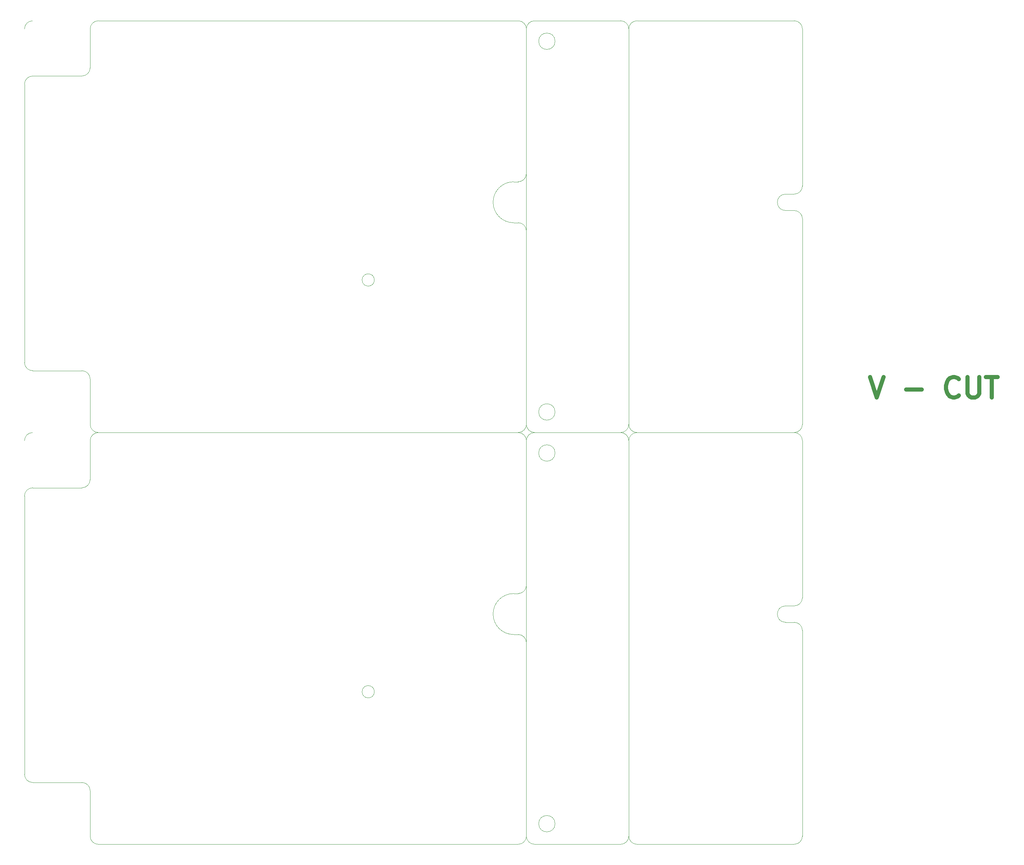
<source format=gbr>
%TF.GenerationSoftware,KiCad,Pcbnew,8.0.4*%
%TF.CreationDate,2024-11-04T15:16:17+09:00*%
%TF.ProjectId,L-CON V3.0,4c2d434f-4e20-4563-932e-302e6b696361,rev?*%
%TF.SameCoordinates,Original*%
%TF.FileFunction,Profile,NP*%
%FSLAX46Y46*%
G04 Gerber Fmt 4.6, Leading zero omitted, Abs format (unit mm)*
G04 Created by KiCad (PCBNEW 8.0.4) date 2024-11-04 15:16:17*
%MOMM*%
%LPD*%
G01*
G04 APERTURE LIST*
%TA.AperFunction,Profile*%
%ADD10C,0.050000*%
%TD*%
%TA.AperFunction,Profile*%
%ADD11C,0.100000*%
%TD*%
%ADD12C,1.000000*%
%TA.AperFunction,Profile*%
%ADD13C,0.120000*%
%TD*%
G04 APERTURE END LIST*
D10*
X188710000Y-243200000D02*
X227110000Y-243200000D01*
X159695000Y-191940000D02*
G75*
G02*
X161695000Y-193940000I0J-2000000D01*
G01*
X188710000Y-243200000D02*
X227110000Y-243200000D01*
X227110000Y-188960000D02*
X225000000Y-188960000D01*
X227110000Y-142600000D02*
G75*
G02*
X229110000Y-144600000I0J-2000000D01*
G01*
X188710000Y-243200000D02*
G75*
G02*
X186710000Y-241200000I0J2000000D01*
G01*
D11*
X168695000Y-238170000D02*
G75*
G02*
X164695000Y-238170000I-2000000J0D01*
G01*
X164695000Y-238170000D02*
G75*
G02*
X168695000Y-238170000I2000000J0D01*
G01*
X168695000Y-147600000D02*
G75*
G02*
X164695000Y-147600000I-2000000J0D01*
G01*
X164695000Y-147600000D02*
G75*
G02*
X168695000Y-147600000I2000000J0D01*
G01*
D10*
X163695000Y-243200000D02*
X184710000Y-243200000D01*
X55145000Y-154100000D02*
G75*
G02*
X53145000Y-156100000I-2000000J0D01*
G01*
X161695000Y-241200000D02*
G75*
G02*
X159695000Y-243200000I-2000000J0D01*
G01*
X57145000Y-243200000D02*
G75*
G02*
X55145000Y-241200000I0J2000000D01*
G01*
X55145000Y-154100000D02*
X55145000Y-144600000D01*
X186710000Y-144600000D02*
G75*
G02*
X188710000Y-142600000I2000000J0D01*
G01*
X161695000Y-241200000D02*
X161695000Y-144600000D01*
X161695000Y-179940000D02*
G75*
G02*
X159695000Y-181940000I-2000000J0D01*
G01*
X39110000Y-144600000D02*
G75*
G02*
X41110000Y-142600000I2000000J0D01*
G01*
X225000000Y-188960000D02*
G75*
G02*
X225000000Y-184960000I0J2000000D01*
G01*
X229110000Y-182959776D02*
G75*
G02*
X227109776Y-184960000I-2000200J-24D01*
G01*
X186710000Y-239600000D02*
X186710000Y-144600000D01*
X227110000Y-184960000D02*
X225000000Y-184960000D01*
X161695000Y-144600000D02*
G75*
G02*
X163695000Y-142600000I2000000J0D01*
G01*
X159695000Y-181940000D02*
X158565000Y-181940000D01*
X41110000Y-228100000D02*
G75*
G02*
X39110000Y-226100000I0J2000000D01*
G01*
X57145000Y-142600000D02*
X159695000Y-142600000D01*
X159695000Y-191940000D02*
X158565000Y-191940000D01*
X57145000Y-243200000D02*
X159695000Y-243200000D01*
X158565000Y-191940000D02*
G75*
G02*
X158565000Y-181940000I0J5000000D01*
G01*
X53145000Y-228100000D02*
X41110000Y-228100000D01*
X229110000Y-241200000D02*
G75*
G02*
X227110000Y-243200000I-2000000J0D01*
G01*
X227110000Y-188960000D02*
G75*
G02*
X229110200Y-190960224I0J-2000200D01*
G01*
X39110000Y-158100000D02*
X39110000Y-226100000D01*
X163695000Y-243200000D02*
G75*
G02*
X161695000Y-241200000I0J2000000D01*
G01*
X53145000Y-228100000D02*
G75*
G02*
X55145000Y-230100000I0J-2000000D01*
G01*
X229110000Y-241200000D02*
X229110000Y-190960000D01*
X159695000Y-142600000D02*
G75*
G02*
X161695000Y-144600000I0J-2000000D01*
G01*
X229110000Y-144600000D02*
X229110000Y-182959776D01*
X188710000Y-142600000D02*
X227110000Y-142600000D01*
X39110000Y-158100000D02*
G75*
G02*
X41110000Y-156100000I2000000J0D01*
G01*
X55145000Y-241200000D02*
X55145000Y-230100000D01*
X184710000Y-142600000D02*
G75*
G02*
X186710000Y-144600000I0J-2000000D01*
G01*
X163695000Y-142600000D02*
X184710000Y-142600000D01*
X186710000Y-241200000D02*
G75*
G02*
X184710000Y-243200000I-2000000J0D01*
G01*
X53145000Y-156100000D02*
X41110000Y-156100000D01*
X186710000Y-241200000D02*
X186710000Y-144600000D01*
X55145000Y-144600000D02*
G75*
G02*
X57145000Y-142600000I2000000J0D01*
G01*
X186710000Y-44000000D02*
G75*
G02*
X188710000Y-42000000I2000000J0D01*
G01*
X55145000Y-53500000D02*
X55145000Y-44000000D01*
X55145000Y-53500000D02*
G75*
G02*
X53145000Y-55500000I-2000000J0D01*
G01*
X57145000Y-142600000D02*
G75*
G02*
X55145000Y-140600000I0J2000000D01*
G01*
X161695000Y-140600000D02*
G75*
G02*
X159695000Y-142600000I-2000000J0D01*
G01*
X188710000Y-42000000D02*
X227110000Y-42000000D01*
X163695000Y-142600000D02*
G75*
G02*
X161695000Y-140600000I0J2000000D01*
G01*
X227110000Y-88360000D02*
G75*
G02*
X229110200Y-90360224I0J-2000200D01*
G01*
X161695000Y-44000000D02*
G75*
G02*
X163695000Y-42000000I2000000J0D01*
G01*
X53145000Y-55500000D02*
X41110000Y-55500000D01*
X53145000Y-127500000D02*
G75*
G02*
X55145000Y-129500000I0J-2000000D01*
G01*
X229110000Y-140600000D02*
G75*
G02*
X227110000Y-142600000I-2000000J0D01*
G01*
X53145000Y-127500000D02*
X41110000Y-127500000D01*
X158565000Y-91340000D02*
G75*
G02*
X158565000Y-81340000I0J5000000D01*
G01*
X186710000Y-140600000D02*
G75*
G02*
X184710000Y-142600000I-2000000J0D01*
G01*
X57145000Y-142600000D02*
X159695000Y-142600000D01*
X186710000Y-140600000D02*
X186710000Y-44000000D01*
X159695000Y-91340000D02*
X158565000Y-91340000D01*
X163695000Y-42000000D02*
X184710000Y-42000000D01*
X57145000Y-42000000D02*
X159695000Y-42000000D01*
X184710000Y-42000000D02*
G75*
G02*
X186710000Y-44000000I0J-2000000D01*
G01*
X39110000Y-57500000D02*
X39110000Y-125500000D01*
X55145000Y-140600000D02*
X55145000Y-129500000D01*
X159695000Y-81340000D02*
X158565000Y-81340000D01*
X229110000Y-44000000D02*
X229110000Y-82359776D01*
X55145000Y-44000000D02*
G75*
G02*
X57145000Y-42000000I2000000J0D01*
G01*
X41110000Y-127500000D02*
G75*
G02*
X39110000Y-125500000I0J2000000D01*
G01*
X229110000Y-140600000D02*
X229110000Y-90360000D01*
X227110000Y-84360000D02*
X225000000Y-84360000D01*
X186710000Y-139000000D02*
X186710000Y-44000000D01*
X229110000Y-82359776D02*
G75*
G02*
X227109776Y-84360000I-2000200J-24D01*
G01*
X225000000Y-88360000D02*
G75*
G02*
X225000000Y-84360000I0J2000000D01*
G01*
X39110000Y-57500000D02*
G75*
G02*
X41110000Y-55500000I2000000J0D01*
G01*
X39110000Y-44000000D02*
G75*
G02*
X41110000Y-42000000I2000000J0D01*
G01*
X161695000Y-79340000D02*
G75*
G02*
X159695000Y-81340000I-2000000J0D01*
G01*
X159695000Y-42000000D02*
G75*
G02*
X161695000Y-44000000I0J-2000000D01*
G01*
X161695000Y-140600000D02*
X161695000Y-44000000D01*
D11*
X168695000Y-47000000D02*
G75*
G02*
X164695000Y-47000000I-2000000J0D01*
G01*
X164695000Y-47000000D02*
G75*
G02*
X168695000Y-47000000I2000000J0D01*
G01*
D10*
X159695000Y-91340000D02*
G75*
G02*
X161695000Y-93340000I0J-2000000D01*
G01*
X163695000Y-142600000D02*
X184710000Y-142600000D01*
X188710000Y-142600000D02*
G75*
G02*
X186710000Y-140600000I0J2000000D01*
G01*
X227110000Y-42000000D02*
G75*
G02*
X229110000Y-44000000I0J-2000000D01*
G01*
D11*
X168695000Y-137570000D02*
G75*
G02*
X164695000Y-137570000I-2000000J0D01*
G01*
X164695000Y-137570000D02*
G75*
G02*
X168695000Y-137570000I2000000J0D01*
G01*
D10*
X227110000Y-88360000D02*
X225000000Y-88360000D01*
X188710000Y-142600000D02*
X227110000Y-142600000D01*
X188710000Y-142600000D02*
X227110000Y-142600000D01*
D12*
X245614084Y-129036095D02*
X247280751Y-134036095D01*
X247280751Y-134036095D02*
X248947417Y-129036095D01*
X254423608Y-132131333D02*
X258233132Y-132131333D01*
X267280751Y-133559904D02*
X267042655Y-133798000D01*
X267042655Y-133798000D02*
X266328370Y-134036095D01*
X266328370Y-134036095D02*
X265852179Y-134036095D01*
X265852179Y-134036095D02*
X265137893Y-133798000D01*
X265137893Y-133798000D02*
X264661703Y-133321809D01*
X264661703Y-133321809D02*
X264423608Y-132845619D01*
X264423608Y-132845619D02*
X264185512Y-131893238D01*
X264185512Y-131893238D02*
X264185512Y-131178952D01*
X264185512Y-131178952D02*
X264423608Y-130226571D01*
X264423608Y-130226571D02*
X264661703Y-129750380D01*
X264661703Y-129750380D02*
X265137893Y-129274190D01*
X265137893Y-129274190D02*
X265852179Y-129036095D01*
X265852179Y-129036095D02*
X266328370Y-129036095D01*
X266328370Y-129036095D02*
X267042655Y-129274190D01*
X267042655Y-129274190D02*
X267280751Y-129512285D01*
X269423608Y-129036095D02*
X269423608Y-133083714D01*
X269423608Y-133083714D02*
X269661703Y-133559904D01*
X269661703Y-133559904D02*
X269899798Y-133798000D01*
X269899798Y-133798000D02*
X270375989Y-134036095D01*
X270375989Y-134036095D02*
X271328370Y-134036095D01*
X271328370Y-134036095D02*
X271804560Y-133798000D01*
X271804560Y-133798000D02*
X272042655Y-133559904D01*
X272042655Y-133559904D02*
X272280751Y-133083714D01*
X272280751Y-133083714D02*
X272280751Y-129036095D01*
X273947417Y-129036095D02*
X276804560Y-129036095D01*
X275375988Y-134036095D02*
X275375988Y-129036095D01*
D13*
%TO.C,MO2*%
X124565000Y-205930000D02*
G75*
G02*
X121565000Y-205930000I-1500000J0D01*
G01*
X121565000Y-205930000D02*
G75*
G02*
X124565000Y-205930000I1500000J0D01*
G01*
X124565000Y-105330000D02*
G75*
G02*
X121565000Y-105330000I-1500000J0D01*
G01*
X121565000Y-105330000D02*
G75*
G02*
X124565000Y-105330000I1500000J0D01*
G01*
%TD*%
M02*

</source>
